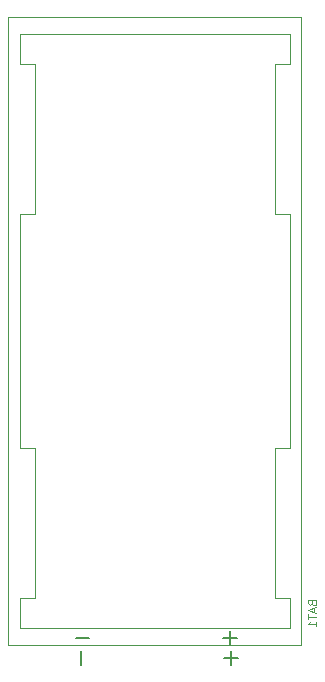
<source format=gbr>
G04 #@! TF.GenerationSoftware,KiCad,Pcbnew,5.0.2-bee76a0~70~ubuntu18.04.1*
G04 #@! TF.CreationDate,2019-04-11T12:32:57+02:00*
G04 #@! TF.ProjectId,Plant_monitoring_device,506c616e-745f-46d6-9f6e-69746f72696e,rev?*
G04 #@! TF.SameCoordinates,Original*
G04 #@! TF.FileFunction,Legend,Bot*
G04 #@! TF.FilePolarity,Positive*
%FSLAX46Y46*%
G04 Gerber Fmt 4.6, Leading zero omitted, Abs format (unit mm)*
G04 Created by KiCad (PCBNEW 5.0.2-bee76a0~70~ubuntu18.04.1) date Čt 11. dubna 2019, 12:32:57 CEST*
%MOMM*%
%LPD*%
G01*
G04 APERTURE LIST*
%ADD10C,0.150000*%
%ADD11C,0.120000*%
G04 APERTURE END LIST*
D10*
X200071428Y-150607142D02*
X198928571Y-150607142D01*
X211428571Y-150607142D02*
X212571428Y-150607142D01*
X212000000Y-151178571D02*
X212000000Y-150035714D01*
D11*
G04 #@! TO.C,BAT1*
X194220000Y-101970000D02*
X195490000Y-101970000D01*
X194220000Y-99430000D02*
X194220000Y-101970000D01*
X217080000Y-99430000D02*
X194220000Y-99430000D01*
X217080000Y-101970000D02*
X215810000Y-101970000D01*
X217080000Y-99430000D02*
X217080000Y-101970000D01*
X195490000Y-147230000D02*
X195490000Y-134530000D01*
X194220000Y-147230000D02*
X195490000Y-147230000D01*
X194220000Y-149770000D02*
X194220000Y-147230000D01*
X217080000Y-149770000D02*
X194220000Y-149770000D01*
X217080000Y-147230000D02*
X217080000Y-149770000D01*
X215810000Y-147230000D02*
X217080000Y-147230000D01*
X215810000Y-147230000D02*
X215810000Y-134530000D01*
X195490000Y-101970000D02*
X195490000Y-114670000D01*
X217080000Y-134530000D02*
X215810000Y-134530000D01*
X217080000Y-114670000D02*
X217080000Y-134530000D01*
X215810000Y-114670000D02*
X217080000Y-114670000D01*
X215810000Y-101970000D02*
X215810000Y-114670000D01*
X194220000Y-114670000D02*
X195490000Y-114670000D01*
X194220000Y-134530000D02*
X194220000Y-114670000D01*
X195490000Y-134530000D02*
X194220000Y-134530000D01*
X218055000Y-98000000D02*
X218055000Y-151200000D01*
X218050000Y-151200000D02*
X193250000Y-151200000D01*
X193245000Y-151200000D02*
X193245000Y-98000000D01*
X193250000Y-98000000D02*
X218050000Y-98000000D01*
X218950000Y-147650000D02*
X218983333Y-147750000D01*
X219016666Y-147783333D01*
X219083333Y-147816666D01*
X219183333Y-147816666D01*
X219250000Y-147783333D01*
X219283333Y-147750000D01*
X219316666Y-147683333D01*
X219316666Y-147416666D01*
X218616666Y-147416666D01*
X218616666Y-147650000D01*
X218650000Y-147716666D01*
X218683333Y-147750000D01*
X218750000Y-147783333D01*
X218816666Y-147783333D01*
X218883333Y-147750000D01*
X218916666Y-147716666D01*
X218950000Y-147650000D01*
X218950000Y-147416666D01*
X219116666Y-148083333D02*
X219116666Y-148416666D01*
X219316666Y-148016666D02*
X218616666Y-148250000D01*
X219316666Y-148483333D01*
X218616666Y-148616666D02*
X218616666Y-149016666D01*
X219316666Y-148816666D02*
X218616666Y-148816666D01*
X219316666Y-149616666D02*
X219316666Y-149216666D01*
X219316666Y-149416666D02*
X218616666Y-149416666D01*
X218716666Y-149350000D01*
X218783333Y-149283333D01*
X218816666Y-149216666D01*
D10*
X199407142Y-151738571D02*
X199407142Y-152881428D01*
X212107142Y-151738571D02*
X212107142Y-152881428D01*
X212678571Y-152310000D02*
X211535714Y-152310000D01*
G04 #@! TD*
M02*

</source>
